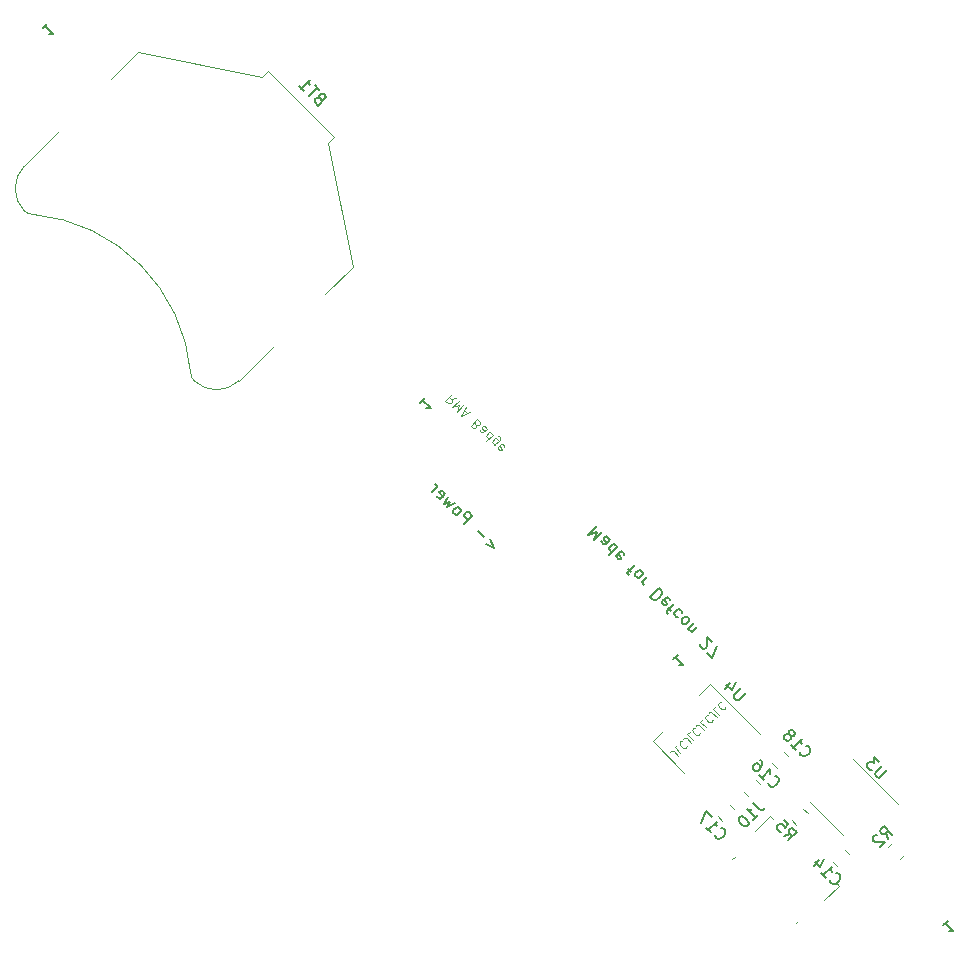
<source format=gbr>
G04 #@! TF.GenerationSoftware,KiCad,Pcbnew,5.1.2*
G04 #@! TF.CreationDate,2019-07-14T10:42:41-05:00*
G04 #@! TF.ProjectId,Master_Sword_(Ocarina_of_Time),4d617374-6572-45f5-9377-6f72645f284f,rev?*
G04 #@! TF.SameCoordinates,Original*
G04 #@! TF.FileFunction,Legend,Bot*
G04 #@! TF.FilePolarity,Positive*
%FSLAX46Y46*%
G04 Gerber Fmt 4.6, Leading zero omitted, Abs format (unit mm)*
G04 Created by KiCad (PCBNEW 5.1.2) date 2019-07-14 10:42:41*
%MOMM*%
%LPD*%
G04 APERTURE LIST*
%ADD10C,0.100000*%
%ADD11C,0.150000*%
%ADD12C,0.120000*%
G04 APERTURE END LIST*
D10*
X133056818Y-87475007D02*
X132598882Y-87555820D01*
X132733569Y-87151759D02*
X132167884Y-87717444D01*
X132383383Y-87932943D01*
X132464195Y-87959881D01*
X132518070Y-87959881D01*
X132598882Y-87932943D01*
X132679694Y-87852131D01*
X132706632Y-87771319D01*
X132706632Y-87717444D01*
X132679694Y-87636632D01*
X132464195Y-87421133D01*
X133299255Y-87717444D02*
X132733569Y-88283129D01*
X133326192Y-88067630D01*
X133110693Y-88660253D01*
X133676378Y-88094568D01*
X133757190Y-88498629D02*
X134026564Y-88768003D01*
X133864940Y-88283129D02*
X133487816Y-89037377D01*
X134242064Y-88660253D01*
X134753874Y-89764687D02*
X134861624Y-89818561D01*
X134915499Y-89818561D01*
X134996311Y-89791624D01*
X135077123Y-89710812D01*
X135104061Y-89629999D01*
X135104061Y-89576125D01*
X135077123Y-89495312D01*
X134861624Y-89279813D01*
X134295938Y-89845499D01*
X134484500Y-90034061D01*
X134565312Y-90060998D01*
X134619187Y-90060998D01*
X134700000Y-90034061D01*
X134753874Y-89980186D01*
X134780812Y-89899374D01*
X134780812Y-89845499D01*
X134753874Y-89764687D01*
X134565312Y-89576125D01*
X135669746Y-90087935D02*
X135373435Y-90384247D01*
X135292622Y-90411184D01*
X135211810Y-90384247D01*
X135104061Y-90276497D01*
X135077123Y-90195685D01*
X135642809Y-90114873D02*
X135615871Y-90034061D01*
X135481184Y-89899374D01*
X135400372Y-89872436D01*
X135319560Y-89899374D01*
X135265685Y-89953248D01*
X135238748Y-90034061D01*
X135265685Y-90114873D01*
X135400372Y-90249560D01*
X135427309Y-90330372D01*
X136181557Y-90599746D02*
X135615871Y-91165431D01*
X136154619Y-90626683D02*
X136127682Y-90545871D01*
X136019932Y-90438122D01*
X135939120Y-90411184D01*
X135885245Y-90411184D01*
X135804433Y-90438122D01*
X135642809Y-90599746D01*
X135615871Y-90680558D01*
X135615871Y-90734433D01*
X135642809Y-90815245D01*
X135750558Y-90922995D01*
X135831370Y-90949932D01*
X136316244Y-91488680D02*
X136774179Y-91030744D01*
X136801117Y-90949932D01*
X136801117Y-90896057D01*
X136774179Y-90815245D01*
X136693367Y-90734433D01*
X136612555Y-90707496D01*
X136666430Y-91138494D02*
X136639492Y-91057682D01*
X136531743Y-90949932D01*
X136450931Y-90922995D01*
X136397056Y-90922995D01*
X136316244Y-90949932D01*
X136154619Y-91111557D01*
X136127682Y-91192369D01*
X136127682Y-91246244D01*
X136154619Y-91327056D01*
X136262369Y-91434805D01*
X136343181Y-91461743D01*
X137151303Y-91623367D02*
X137124366Y-91542555D01*
X137016616Y-91434805D01*
X136935804Y-91407868D01*
X136854992Y-91434805D01*
X136639492Y-91650305D01*
X136612555Y-91731117D01*
X136639492Y-91811929D01*
X136747242Y-91919679D01*
X136828054Y-91946616D01*
X136908866Y-91919679D01*
X136962741Y-91865804D01*
X136747242Y-91542555D01*
D11*
X174673643Y-131754642D02*
X174269582Y-132158703D01*
X174471613Y-131956673D02*
X175178720Y-132663780D01*
X175010361Y-132630108D01*
X174875674Y-132630108D01*
X174774659Y-132663780D01*
X151813643Y-109224641D02*
X151409582Y-109628702D01*
X151611613Y-109426672D02*
X152318720Y-110133779D01*
X152150361Y-110100107D01*
X152015674Y-110100107D01*
X151914659Y-110133779D01*
X130423643Y-87484642D02*
X130019582Y-87888703D01*
X130221613Y-87686673D02*
X130928720Y-88393780D01*
X130760361Y-88360108D01*
X130625674Y-88360108D01*
X130524659Y-88393780D01*
X98463643Y-55814642D02*
X98059582Y-56218703D01*
X98261613Y-56016673D02*
X98968720Y-56723780D01*
X98800361Y-56690108D01*
X98665674Y-56690108D01*
X98564659Y-56723780D01*
D10*
X151852857Y-117777308D02*
X151499304Y-117423755D01*
X151408390Y-117373247D01*
X151320843Y-117366513D01*
X151236664Y-117403552D01*
X151196258Y-117443958D01*
X151761943Y-116878272D02*
X151559913Y-117080303D01*
X152054888Y-117575278D01*
X152192942Y-116541555D02*
X152149169Y-116538188D01*
X152064989Y-116575227D01*
X152024583Y-116615633D01*
X151987544Y-116699812D01*
X151994279Y-116787359D01*
X152021216Y-116854702D01*
X152095294Y-116969186D01*
X152166004Y-117039897D01*
X152280488Y-117113975D01*
X152347832Y-117140912D01*
X152435378Y-117147646D01*
X152519558Y-117110607D01*
X152559964Y-117070201D01*
X152597003Y-116986022D01*
X152593636Y-116942249D01*
X152943822Y-116686343D02*
X152590269Y-116332790D01*
X152499355Y-116282282D01*
X152411808Y-116275548D01*
X152327629Y-116312587D01*
X152287223Y-116352993D01*
X152852908Y-115787308D02*
X152650878Y-115989338D01*
X153145852Y-116484313D01*
X153283907Y-115450590D02*
X153240133Y-115447223D01*
X153155954Y-115484262D01*
X153115548Y-115524668D01*
X153078509Y-115608847D01*
X153085243Y-115696394D01*
X153112181Y-115763737D01*
X153186259Y-115878221D01*
X153256969Y-115948932D01*
X153371453Y-116023010D01*
X153438797Y-116049947D01*
X153526343Y-116056682D01*
X153610523Y-116019643D01*
X153650929Y-115979237D01*
X153687968Y-115895057D01*
X153684600Y-115851284D01*
X154034787Y-115595379D02*
X153681233Y-115241825D01*
X153590320Y-115191318D01*
X153502773Y-115184583D01*
X153418594Y-115221622D01*
X153378188Y-115262028D01*
X153943873Y-114696343D02*
X153741842Y-114898373D01*
X154236817Y-115393348D01*
X154374871Y-114359625D02*
X154331098Y-114356258D01*
X154246919Y-114393297D01*
X154206513Y-114433703D01*
X154169474Y-114517882D01*
X154176208Y-114605429D01*
X154203145Y-114672773D01*
X154277223Y-114787257D01*
X154347934Y-114857967D01*
X154462418Y-114932045D01*
X154529761Y-114958982D01*
X154617308Y-114965717D01*
X154701487Y-114928678D01*
X154741893Y-114888272D01*
X154778932Y-114804092D01*
X154775565Y-114760319D01*
X155125751Y-114504414D02*
X154772198Y-114150860D01*
X154681284Y-114100353D01*
X154593738Y-114093618D01*
X154509558Y-114130657D01*
X154469152Y-114171063D01*
X155034838Y-113605378D02*
X154832807Y-113807409D01*
X155327782Y-114302383D01*
X155465836Y-113268661D02*
X155422063Y-113265293D01*
X155337883Y-113302332D01*
X155297477Y-113342738D01*
X155260438Y-113426918D01*
X155267173Y-113514464D01*
X155294110Y-113581808D01*
X155368188Y-113696292D01*
X155438899Y-113767002D01*
X155553383Y-113841080D01*
X155620726Y-113868018D01*
X155708273Y-113874752D01*
X155792452Y-113837713D01*
X155832858Y-113797307D01*
X155869897Y-113713128D01*
X155866530Y-113669354D01*
D11*
X144979092Y-98374387D02*
X144271985Y-99081494D01*
X145012763Y-98812120D01*
X144743389Y-99552899D01*
X145450496Y-98845792D01*
X146090259Y-99485555D02*
X145719870Y-99855944D01*
X145618855Y-99889616D01*
X145517840Y-99855944D01*
X145383153Y-99721257D01*
X145349481Y-99620242D01*
X146056588Y-99519227D02*
X146022916Y-99418212D01*
X145854557Y-99249853D01*
X145753542Y-99216181D01*
X145652527Y-99249853D01*
X145585183Y-99317196D01*
X145551511Y-99418212D01*
X145585183Y-99519227D01*
X145753542Y-99687586D01*
X145787214Y-99788601D01*
X146730023Y-100125318D02*
X146022916Y-100832425D01*
X146696351Y-100158990D02*
X146662679Y-100057975D01*
X146527992Y-99923288D01*
X146426977Y-99889616D01*
X146359633Y-99889616D01*
X146258618Y-99923288D01*
X146056588Y-100125318D01*
X146022916Y-100226334D01*
X146022916Y-100293677D01*
X146056588Y-100394692D01*
X146191275Y-100529379D01*
X146292290Y-100563051D01*
X147302442Y-100765082D02*
X147268771Y-100664066D01*
X147134084Y-100529379D01*
X147033068Y-100495708D01*
X146932053Y-100529379D01*
X146662679Y-100798753D01*
X146629007Y-100899769D01*
X146662679Y-101000784D01*
X146797366Y-101135471D01*
X146898381Y-101169143D01*
X146999397Y-101135471D01*
X147066740Y-101068127D01*
X146797366Y-100664066D01*
X147639160Y-101977265D02*
X147908534Y-102246639D01*
X148211580Y-101606875D02*
X147605488Y-102212967D01*
X147571816Y-102313982D01*
X147605488Y-102414997D01*
X147672832Y-102482341D01*
X148716656Y-102111952D02*
X148615641Y-102078280D01*
X148548297Y-102078280D01*
X148447282Y-102111952D01*
X148245251Y-102313982D01*
X148211580Y-102414997D01*
X148211580Y-102482341D01*
X148245251Y-102583356D01*
X148346267Y-102684371D01*
X148447282Y-102718043D01*
X148514625Y-102718043D01*
X148615641Y-102684371D01*
X148817671Y-102482341D01*
X148851343Y-102381326D01*
X148851343Y-102313982D01*
X148817671Y-102212967D01*
X148716656Y-102111952D01*
X149255404Y-102650700D02*
X148783999Y-103122104D01*
X148918686Y-102987417D02*
X148885015Y-103088432D01*
X148885015Y-103155776D01*
X148918686Y-103256791D01*
X148986030Y-103324135D01*
X150231885Y-103627180D02*
X149524778Y-104334287D01*
X149693137Y-104502646D01*
X149827824Y-104569990D01*
X149962511Y-104569990D01*
X150063526Y-104536318D01*
X150231885Y-104435303D01*
X150332900Y-104334287D01*
X150433915Y-104165929D01*
X150467587Y-104064913D01*
X150467587Y-103930226D01*
X150400244Y-103795539D01*
X150231885Y-103627180D01*
X151174694Y-104637333D02*
X151141022Y-104536318D01*
X151006335Y-104401631D01*
X150905320Y-104367959D01*
X150804305Y-104401631D01*
X150534931Y-104671005D01*
X150501259Y-104772020D01*
X150534931Y-104873035D01*
X150669618Y-105007722D01*
X150770633Y-105041394D01*
X150871648Y-105007722D01*
X150938992Y-104940379D01*
X150669618Y-104536318D01*
X150972663Y-105310768D02*
X151242037Y-105580142D01*
X151545083Y-104940379D02*
X150938992Y-105546470D01*
X150905320Y-105647486D01*
X150938992Y-105748501D01*
X151006335Y-105815844D01*
X152218518Y-105681157D02*
X152184846Y-105580142D01*
X152050159Y-105445455D01*
X151949144Y-105411783D01*
X151881801Y-105411783D01*
X151780785Y-105445455D01*
X151578755Y-105647486D01*
X151545083Y-105748501D01*
X151545083Y-105815844D01*
X151578755Y-105916860D01*
X151713442Y-106051547D01*
X151814457Y-106085218D01*
X152656251Y-106051547D02*
X152555236Y-106017875D01*
X152487892Y-106017875D01*
X152386877Y-106051547D01*
X152184846Y-106253577D01*
X152151175Y-106354592D01*
X152151175Y-106421936D01*
X152184846Y-106522951D01*
X152285862Y-106623966D01*
X152386877Y-106657638D01*
X152454220Y-106657638D01*
X152555236Y-106623966D01*
X152757266Y-106421936D01*
X152790938Y-106320921D01*
X152790938Y-106253577D01*
X152757266Y-106152562D01*
X152656251Y-106051547D01*
X152723594Y-107061699D02*
X153194999Y-106590295D01*
X152790938Y-106994356D02*
X152790938Y-107061699D01*
X152824610Y-107162714D01*
X152925625Y-107263730D01*
X153026640Y-107297401D01*
X153127655Y-107263730D01*
X153498045Y-106893340D01*
X153700075Y-108374897D02*
X153700075Y-108442241D01*
X153733747Y-108543256D01*
X153902106Y-108711615D01*
X154003121Y-108745287D01*
X154070464Y-108745287D01*
X154171480Y-108711615D01*
X154238823Y-108644271D01*
X154306167Y-108509584D01*
X154306167Y-107701462D01*
X154743899Y-108139195D01*
X154272495Y-109082004D02*
X154743899Y-109553409D01*
X155147960Y-108543256D01*
D12*
X97239683Y-71955032D02*
G75*
G02X110602950Y-85448307I-1358696J-14709498D01*
G01*
X97189135Y-71952115D02*
G75*
G02X96517383Y-71673867I-1J950000D01*
G01*
X110593402Y-85356382D02*
G75*
G03X110871650Y-86028134I950000J-1D01*
G01*
X114690027Y-86028135D02*
G75*
G02X110871650Y-86028134I-1909188J1909189D01*
G01*
X96517382Y-67855490D02*
G75*
G03X96517383Y-71673867I1909189J-1909188D01*
G01*
X99451876Y-64920997D02*
X96482027Y-67890845D01*
X117624520Y-83093641D02*
X114654672Y-86063490D01*
X106169390Y-58203482D02*
X103835938Y-60536935D01*
X116599215Y-60360158D02*
X106169390Y-58203482D01*
X117164901Y-59794473D02*
X116599215Y-60360158D01*
X122751044Y-65380616D02*
X117164901Y-59794473D01*
X122751044Y-65380616D02*
X122185359Y-65946302D01*
X122185359Y-65946302D02*
X124342035Y-76376127D01*
X124342035Y-76376127D02*
X122008582Y-78709579D01*
X165973612Y-125754579D02*
X166339296Y-126120263D01*
X164969520Y-126758671D02*
X165335204Y-127124355D01*
X158793471Y-120204438D02*
X158427787Y-119838754D01*
X157789379Y-121208530D02*
X157423695Y-120842846D01*
X155243694Y-122932845D02*
X155609378Y-123298529D01*
X156247786Y-121928753D02*
X156613470Y-122294437D01*
X160840699Y-117441667D02*
X161206383Y-117807351D01*
X159836607Y-118445759D02*
X160202291Y-118811443D01*
X161846663Y-131945734D02*
X162030511Y-131761886D01*
X164243755Y-130043616D02*
X165495334Y-128792037D01*
X165495334Y-128792037D02*
X165226633Y-128523337D01*
X159612206Y-122908909D02*
X158360627Y-124160488D01*
X156642357Y-126373732D02*
X156458509Y-126557580D01*
X159612206Y-122908909D02*
X159880906Y-123177610D01*
X170015204Y-125158753D02*
X169649520Y-125524437D01*
X171019296Y-126162845D02*
X170653612Y-126528529D01*
X162477787Y-122268754D02*
X162843471Y-122634438D01*
X161473695Y-123272846D02*
X161839379Y-123638530D01*
X170491208Y-121915880D02*
X166672831Y-118097503D01*
X165810161Y-124475607D02*
X163052444Y-121717890D01*
X149707073Y-116564601D02*
X150598027Y-115673647D01*
X154529541Y-111742133D02*
X153638587Y-112633087D01*
X152365794Y-119223323D02*
X149707073Y-116564601D01*
X158779253Y-115991845D02*
X154529541Y-111742133D01*
D11*
X121518658Y-62138026D02*
X121383971Y-62070682D01*
X121316628Y-62070682D01*
X121215612Y-62104354D01*
X121114597Y-62205369D01*
X121080925Y-62306385D01*
X121080925Y-62373728D01*
X121114597Y-62474743D01*
X121383971Y-62744117D01*
X122091078Y-62037011D01*
X121855376Y-61801308D01*
X121754360Y-61767637D01*
X121687017Y-61767637D01*
X121586002Y-61801308D01*
X121518658Y-61868652D01*
X121484986Y-61969667D01*
X121484986Y-62037011D01*
X121518658Y-62138026D01*
X121754360Y-62373728D01*
X121484986Y-61430919D02*
X121080925Y-61026858D01*
X120575849Y-61935995D02*
X121282956Y-61228888D01*
X119767727Y-61127873D02*
X120171788Y-61531934D01*
X119969757Y-61329904D02*
X120676864Y-60622797D01*
X120643192Y-60791156D01*
X120643192Y-60925843D01*
X120676864Y-61026858D01*
X164689712Y-128313299D02*
X164689712Y-128380643D01*
X164757056Y-128515330D01*
X164824399Y-128582673D01*
X164959086Y-128650017D01*
X165093773Y-128650017D01*
X165194788Y-128616345D01*
X165363147Y-128515330D01*
X165464162Y-128414315D01*
X165565178Y-128245956D01*
X165598849Y-128144941D01*
X165598849Y-128010254D01*
X165531506Y-127875567D01*
X165464162Y-127808223D01*
X165329475Y-127740880D01*
X165262132Y-127740880D01*
X163948933Y-127707208D02*
X164352994Y-128111269D01*
X164150964Y-127909238D02*
X164858071Y-127202131D01*
X164824399Y-127370490D01*
X164824399Y-127505177D01*
X164858071Y-127606192D01*
X163814246Y-126629712D02*
X163342842Y-127101116D01*
X164251979Y-126528696D02*
X163915262Y-127202131D01*
X163477529Y-126764399D01*
X159477339Y-120064022D02*
X159477339Y-120131366D01*
X159544683Y-120266053D01*
X159612026Y-120333396D01*
X159746713Y-120400740D01*
X159881400Y-120400740D01*
X159982415Y-120367068D01*
X160150774Y-120266053D01*
X160251789Y-120165038D01*
X160352805Y-119996679D01*
X160386476Y-119895664D01*
X160386476Y-119760977D01*
X160319133Y-119626290D01*
X160251789Y-119558946D01*
X160117102Y-119491603D01*
X160049759Y-119491603D01*
X158736560Y-119457931D02*
X159140621Y-119861992D01*
X158938591Y-119659961D02*
X159645698Y-118952854D01*
X159612026Y-119121213D01*
X159612026Y-119255900D01*
X159645698Y-119356915D01*
X158837576Y-118144732D02*
X158972263Y-118279419D01*
X159005934Y-118380435D01*
X159005934Y-118447778D01*
X158972263Y-118616137D01*
X158871247Y-118784496D01*
X158601873Y-119053870D01*
X158500858Y-119087541D01*
X158433515Y-119087541D01*
X158332499Y-119053870D01*
X158197812Y-118919183D01*
X158164141Y-118818167D01*
X158164141Y-118750824D01*
X158197812Y-118649809D01*
X158366171Y-118481450D01*
X158467186Y-118447778D01*
X158534530Y-118447778D01*
X158635545Y-118481450D01*
X158770232Y-118616137D01*
X158803904Y-118717152D01*
X158803904Y-118784496D01*
X158770232Y-118885511D01*
X154963886Y-124487473D02*
X154963886Y-124554817D01*
X155031230Y-124689504D01*
X155098573Y-124756847D01*
X155233260Y-124824191D01*
X155367947Y-124824191D01*
X155468962Y-124790519D01*
X155637321Y-124689504D01*
X155738336Y-124588489D01*
X155839352Y-124420130D01*
X155873023Y-124319115D01*
X155873023Y-124184428D01*
X155805680Y-124049741D01*
X155738336Y-123982397D01*
X155603649Y-123915054D01*
X155536306Y-123915054D01*
X154223107Y-123881382D02*
X154627168Y-124285443D01*
X154425138Y-124083412D02*
X155132245Y-123376305D01*
X155098573Y-123544664D01*
X155098573Y-123679351D01*
X155132245Y-123780366D01*
X154694512Y-122938573D02*
X154223107Y-122467168D01*
X153819046Y-123477321D01*
X162143526Y-117503661D02*
X162143526Y-117571005D01*
X162210870Y-117705692D01*
X162278213Y-117773035D01*
X162412900Y-117840379D01*
X162547587Y-117840379D01*
X162648602Y-117806707D01*
X162816961Y-117705692D01*
X162917976Y-117604677D01*
X163018992Y-117436318D01*
X163052663Y-117335303D01*
X163052663Y-117200616D01*
X162985320Y-117065929D01*
X162917976Y-116998585D01*
X162783289Y-116931242D01*
X162715946Y-116931242D01*
X161402747Y-116897570D02*
X161806808Y-117301631D01*
X161604778Y-117099600D02*
X162311885Y-116392493D01*
X162278213Y-116560852D01*
X162278213Y-116695539D01*
X162311885Y-116796554D01*
X161402747Y-116089448D02*
X161503763Y-116123119D01*
X161571106Y-116123119D01*
X161672121Y-116089448D01*
X161705793Y-116055776D01*
X161739465Y-115954761D01*
X161739465Y-115887417D01*
X161705793Y-115786402D01*
X161571106Y-115651715D01*
X161470091Y-115618043D01*
X161402747Y-115618043D01*
X161301732Y-115651715D01*
X161268060Y-115685387D01*
X161234389Y-115786402D01*
X161234389Y-115853745D01*
X161268060Y-115954761D01*
X161402747Y-116089448D01*
X161436419Y-116190463D01*
X161436419Y-116257806D01*
X161402747Y-116358822D01*
X161268060Y-116493509D01*
X161167045Y-116527180D01*
X161099702Y-116527180D01*
X160998686Y-116493509D01*
X160863999Y-116358822D01*
X160830328Y-116257806D01*
X160830328Y-116190463D01*
X160863999Y-116089448D01*
X160998686Y-115954761D01*
X161099702Y-115921089D01*
X161167045Y-115921089D01*
X161268060Y-115954761D01*
X158241765Y-121821985D02*
X158746841Y-122327061D01*
X158881528Y-122394404D01*
X159016215Y-122394404D01*
X159150902Y-122327061D01*
X159218246Y-122259717D01*
X158241765Y-123236198D02*
X158645826Y-122832137D01*
X158443796Y-123034168D02*
X157736689Y-122327061D01*
X157905048Y-122360733D01*
X158039735Y-122360733D01*
X158140750Y-122327061D01*
X157096926Y-122966824D02*
X157029582Y-123034168D01*
X156995910Y-123135183D01*
X156995910Y-123202526D01*
X157029582Y-123303542D01*
X157130597Y-123471900D01*
X157298956Y-123640259D01*
X157467315Y-123741274D01*
X157568330Y-123774946D01*
X157635674Y-123774946D01*
X157736689Y-123741274D01*
X157804032Y-123673931D01*
X157837704Y-123572916D01*
X157837704Y-123505572D01*
X157804032Y-123404557D01*
X157703017Y-123236198D01*
X157534658Y-123067839D01*
X157366300Y-122966824D01*
X157265284Y-122933152D01*
X157197941Y-122933152D01*
X157096926Y-122966824D01*
X169605414Y-124878945D02*
X169504399Y-124306525D01*
X170009475Y-124474884D02*
X169302369Y-123767777D01*
X169032994Y-124037151D01*
X168999323Y-124138166D01*
X168999323Y-124205510D01*
X169032994Y-124306525D01*
X169134010Y-124407540D01*
X169235025Y-124441212D01*
X169302369Y-124441212D01*
X169403384Y-124407540D01*
X169672758Y-124138166D01*
X168696277Y-124508556D02*
X168628933Y-124508556D01*
X168527918Y-124542227D01*
X168359559Y-124710586D01*
X168325888Y-124811602D01*
X168325888Y-124878945D01*
X168359559Y-124979960D01*
X168426903Y-125047304D01*
X168561590Y-125114647D01*
X169369712Y-125114647D01*
X168931979Y-125552380D01*
X160789826Y-124558100D02*
X161362246Y-124457085D01*
X161193887Y-124962161D02*
X161900994Y-124255055D01*
X161631620Y-123985680D01*
X161530605Y-123952009D01*
X161463261Y-123952009D01*
X161362246Y-123985680D01*
X161261231Y-124086696D01*
X161227559Y-124187711D01*
X161227559Y-124255055D01*
X161261231Y-124356070D01*
X161530605Y-124625444D01*
X160857169Y-123211230D02*
X161193887Y-123547948D01*
X160890841Y-123918337D01*
X160890841Y-123850993D01*
X160857169Y-123749978D01*
X160688811Y-123581619D01*
X160587795Y-123547948D01*
X160520452Y-123547948D01*
X160419437Y-123581619D01*
X160251078Y-123749978D01*
X160217406Y-123850993D01*
X160217406Y-123918337D01*
X160251078Y-124019352D01*
X160419437Y-124187711D01*
X160520452Y-124221383D01*
X160587795Y-124221383D01*
X135964992Y-99441946D02*
X136301709Y-100182724D01*
X135560931Y-99846007D01*
X135426244Y-99307259D02*
X134887496Y-98768511D01*
X133742656Y-98162419D02*
X134449763Y-97455312D01*
X134180389Y-97185938D01*
X134079374Y-97152267D01*
X134012030Y-97152267D01*
X133911015Y-97185938D01*
X133810000Y-97286954D01*
X133776328Y-97387969D01*
X133776328Y-97455312D01*
X133810000Y-97556328D01*
X134079374Y-97825702D01*
X132934534Y-97354297D02*
X133035549Y-97387969D01*
X133102893Y-97387969D01*
X133203908Y-97354297D01*
X133405938Y-97152267D01*
X133439610Y-97051251D01*
X133439610Y-96983908D01*
X133405938Y-96882893D01*
X133304923Y-96781877D01*
X133203908Y-96748206D01*
X133136564Y-96748206D01*
X133035549Y-96781877D01*
X132833519Y-96983908D01*
X132799847Y-97084923D01*
X132799847Y-97152267D01*
X132833519Y-97253282D01*
X132934534Y-97354297D01*
X132934534Y-96411488D02*
X132328442Y-96748206D01*
X132530473Y-96276801D01*
X132059068Y-96478832D01*
X132395786Y-95872740D01*
X131419305Y-95771725D02*
X131452977Y-95872740D01*
X131587664Y-96007427D01*
X131688679Y-96041099D01*
X131789694Y-96007427D01*
X132059068Y-95738053D01*
X132092740Y-95637038D01*
X132059068Y-95536023D01*
X131924381Y-95401336D01*
X131823366Y-95367664D01*
X131722351Y-95401336D01*
X131655007Y-95468679D01*
X131924381Y-95872740D01*
X131048916Y-95468679D02*
X131520320Y-94997275D01*
X131385633Y-95131962D02*
X131419305Y-95030946D01*
X131419305Y-94963603D01*
X131385633Y-94862588D01*
X131318290Y-94795244D01*
X169571632Y-119033914D02*
X168999212Y-119606334D01*
X168898197Y-119640006D01*
X168830853Y-119640006D01*
X168729838Y-119606334D01*
X168595151Y-119471647D01*
X168561479Y-119370632D01*
X168561479Y-119303288D01*
X168595151Y-119202273D01*
X169167571Y-118629853D01*
X168898197Y-118360479D02*
X168460464Y-117922747D01*
X168426792Y-118427823D01*
X168325777Y-118326808D01*
X168224762Y-118293136D01*
X168157418Y-118293136D01*
X168056403Y-118326808D01*
X167888044Y-118495166D01*
X167854372Y-118596182D01*
X167854372Y-118663525D01*
X167888044Y-118764540D01*
X168090075Y-118966571D01*
X168191090Y-119000243D01*
X168258433Y-119000243D01*
X157576835Y-112473482D02*
X157004415Y-113045902D01*
X156903400Y-113079574D01*
X156836056Y-113079574D01*
X156735041Y-113045902D01*
X156600354Y-112911215D01*
X156566682Y-112810200D01*
X156566682Y-112742856D01*
X156600354Y-112641841D01*
X157172774Y-112069421D01*
X156297308Y-111665360D02*
X155825904Y-112136765D01*
X156735041Y-111564345D02*
X156398323Y-112237780D01*
X155960591Y-111800047D01*
M02*

</source>
